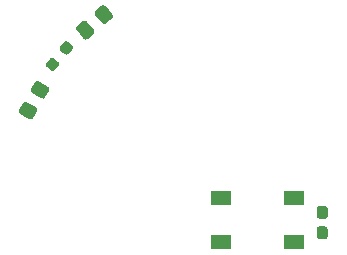
<source format=gbr>
G04 #@! TF.GenerationSoftware,KiCad,Pcbnew,(5.1.10-1-10_14)*
G04 #@! TF.CreationDate,2021-06-27T23:26:48+08:00*
G04 #@! TF.ProjectId,mops-out,6d6f7073-2d6f-4757-942e-6b696361645f,rev?*
G04 #@! TF.SameCoordinates,Original*
G04 #@! TF.FileFunction,Paste,Bot*
G04 #@! TF.FilePolarity,Positive*
%FSLAX46Y46*%
G04 Gerber Fmt 4.6, Leading zero omitted, Abs format (unit mm)*
G04 Created by KiCad (PCBNEW (5.1.10-1-10_14)) date 2021-06-27 23:26:48*
%MOMM*%
%LPD*%
G01*
G04 APERTURE LIST*
%ADD10R,1.799996X1.199896*%
G04 APERTURE END LIST*
G36*
G01*
X110754879Y-61302907D02*
X111118750Y-61608231D01*
G75*
G02*
X111148024Y-61942829I-152662J-181936D01*
G01*
X110826631Y-62325851D01*
G75*
G02*
X110492033Y-62355125I-181936J152662D01*
G01*
X110128162Y-62049801D01*
G75*
G02*
X110098888Y-61715203I152662J181936D01*
G01*
X110420281Y-61332181D01*
G75*
G02*
X110754879Y-61302907I181936J-152662D01*
G01*
G37*
G36*
G01*
X111927967Y-59904875D02*
X112291838Y-60210199D01*
G75*
G02*
X112321112Y-60544797I-152662J-181936D01*
G01*
X111999719Y-60927819D01*
G75*
G02*
X111665121Y-60957093I-181936J152662D01*
G01*
X111301250Y-60651769D01*
G75*
G02*
X111271976Y-60317171I152662J181936D01*
G01*
X111593369Y-59934149D01*
G75*
G02*
X111927967Y-59904875I181936J-152662D01*
G01*
G37*
G36*
G01*
X113547167Y-58209730D02*
X114125677Y-58899171D01*
G75*
G02*
X114094863Y-59251377I-191510J-160696D01*
G01*
X113596933Y-59669190D01*
G75*
G02*
X113244727Y-59638376I-160696J191510D01*
G01*
X112666217Y-58948935D01*
G75*
G02*
X112697031Y-58596729I191510J160696D01*
G01*
X113194961Y-58178916D01*
G75*
G02*
X113547167Y-58209730I160696J-191510D01*
G01*
G37*
G36*
G01*
X115117559Y-56892016D02*
X115696069Y-57581457D01*
G75*
G02*
X115665255Y-57933663I-191510J-160696D01*
G01*
X115167325Y-58351476D01*
G75*
G02*
X114815119Y-58320662I-160696J191510D01*
G01*
X114236609Y-57631221D01*
G75*
G02*
X114267423Y-57279015I191510J160696D01*
G01*
X114765353Y-56861202D01*
G75*
G02*
X115117559Y-56892016I160696J-191510D01*
G01*
G37*
D10*
X131100070Y-73149991D03*
X131100070Y-76850009D03*
X124899930Y-73149991D03*
X124899930Y-76850009D03*
G36*
G01*
X109674713Y-64695289D02*
X108895287Y-64245288D01*
G75*
G02*
X108803782Y-63903784I125000J216505D01*
G01*
X109128783Y-63340865D01*
G75*
G02*
X109470288Y-63249359I216505J-124999D01*
G01*
X110249713Y-63699360D01*
G75*
G02*
X110341218Y-64040864I-125000J-216505D01*
G01*
X110016217Y-64603783D01*
G75*
G02*
X109674713Y-64695289I-216505J124999D01*
G01*
G37*
G36*
G01*
X108649713Y-66470641D02*
X107870287Y-66020640D01*
G75*
G02*
X107778782Y-65679136I125000J216505D01*
G01*
X108103783Y-65116217D01*
G75*
G02*
X108445288Y-65024711I216505J-124999D01*
G01*
X109224713Y-65474712D01*
G75*
G02*
X109316218Y-65816216I-125000J-216505D01*
G01*
X108991217Y-66379135D01*
G75*
G02*
X108649713Y-66470641I-216505J124999D01*
G01*
G37*
G36*
G01*
X133221720Y-75549640D02*
X133696720Y-75549640D01*
G75*
G02*
X133934220Y-75787140I0J-237500D01*
G01*
X133934220Y-76387140D01*
G75*
G02*
X133696720Y-76624640I-237500J0D01*
G01*
X133221720Y-76624640D01*
G75*
G02*
X132984220Y-76387140I0J237500D01*
G01*
X132984220Y-75787140D01*
G75*
G02*
X133221720Y-75549640I237500J0D01*
G01*
G37*
G36*
G01*
X133221720Y-73824640D02*
X133696720Y-73824640D01*
G75*
G02*
X133934220Y-74062140I0J-237500D01*
G01*
X133934220Y-74662140D01*
G75*
G02*
X133696720Y-74899640I-237500J0D01*
G01*
X133221720Y-74899640D01*
G75*
G02*
X132984220Y-74662140I0J237500D01*
G01*
X132984220Y-74062140D01*
G75*
G02*
X133221720Y-73824640I237500J0D01*
G01*
G37*
M02*

</source>
